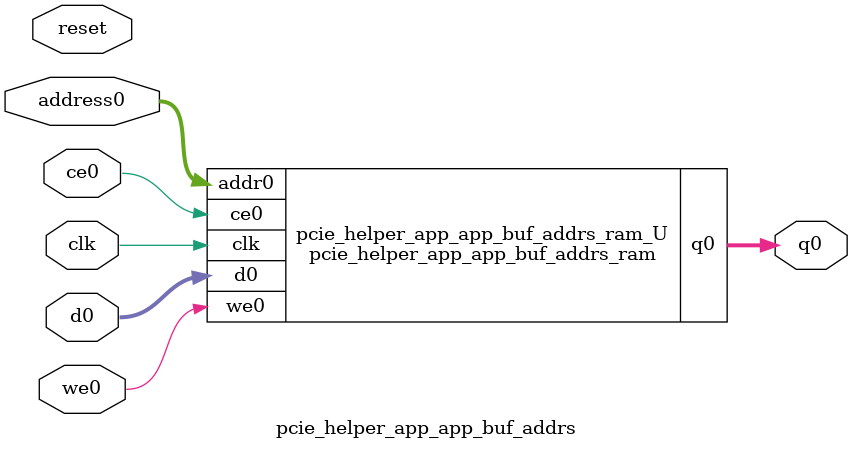
<source format=v>

`timescale 1 ns / 1 ps
module pcie_helper_app_app_buf_addrs_ram (addr0, ce0, d0, we0, q0,  clk);

parameter DWIDTH = 64;
parameter AWIDTH = 3;
parameter MEM_SIZE = 8;

input[AWIDTH-1:0] addr0;
input ce0;
input[DWIDTH-1:0] d0;
input we0;
output reg[DWIDTH-1:0] q0;
input clk;

(* ram_style = "distributed" *)reg [DWIDTH-1:0] ram[0:MEM_SIZE-1];




always @(posedge clk)  
begin 
    if (ce0) 
    begin
        if (we0) 
        begin 
            ram[addr0] <= d0; 
            q0 <= d0;
        end 
        else 
            q0 <= ram[addr0];
    end
end


endmodule


`timescale 1 ns / 1 ps
module pcie_helper_app_app_buf_addrs(
    reset,
    clk,
    address0,
    ce0,
    we0,
    d0,
    q0);

parameter DataWidth = 32'd64;
parameter AddressRange = 32'd8;
parameter AddressWidth = 32'd3;
input reset;
input clk;
input[AddressWidth - 1:0] address0;
input ce0;
input we0;
input[DataWidth - 1:0] d0;
output[DataWidth - 1:0] q0;



pcie_helper_app_app_buf_addrs_ram pcie_helper_app_app_buf_addrs_ram_U(
    .clk( clk ),
    .addr0( address0 ),
    .ce0( ce0 ),
    .d0( d0 ),
    .we0( we0 ),
    .q0( q0 ));

endmodule


</source>
